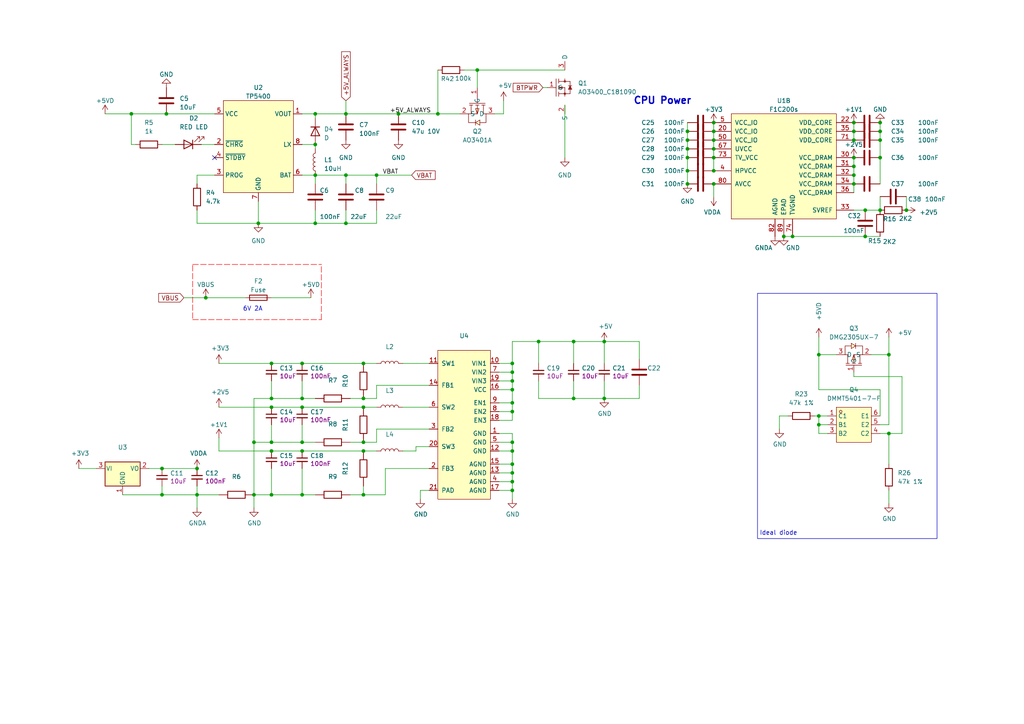
<source format=kicad_sch>
(kicad_sch (version 20231120) (generator "eeschema") (generator_version "8.0")
  (paper "A4")
  (junction (at 105.41 130.81))
  (junction (at 247.65 40.64) (diameter 0.9144))
  (junction (at 38.1 33.02))
  (junction (at 207.01 38.1) (diameter 0.9144))
  (junction (at 87.63 128.27))
  (junction (at 91.44 64.77) (diameter 0.9144))
  (junction (at 148.59 105.41))
  (junction (at 207.01 35.56) (diameter 0.9144))
  (junction (at 148.59 113.03))
  (junction (at 207.01 45.72) (diameter 0.9144))
  (junction (at 91.44 50.8) (diameter 0.9144))
  (junction (at 148.59 119.38))
  (junction (at 175.26 99.06))
  (junction (at 199.39 49.53) (diameter 0.9144))
  (junction (at 78.74 128.27))
  (junction (at 199.39 38.1) (diameter 0.9144))
  (junction (at 105.41 105.41))
  (junction (at 247.65 45.72) (diameter 0.9144))
  (junction (at 250.952 60.96) (diameter 0.9144))
  (junction (at 78.74 105.41))
  (junction (at 156.21 99.06))
  (junction (at 148.59 110.49))
  (junction (at 247.65 48.26) (diameter 0.9144))
  (junction (at 237.49 123.19))
  (junction (at 91.44 41.91))
  (junction (at 46.99 135.89))
  (junction (at 105.41 128.27))
  (junction (at 87.63 143.51))
  (junction (at 148.59 137.16))
  (junction (at 46.99 143.51))
  (junction (at 207.01 40.64) (diameter 0.9144))
  (junction (at 105.41 143.51))
  (junction (at 100.33 50.8) (diameter 0.9144))
  (junction (at 73.66 128.27))
  (junction (at 78.74 118.11))
  (junction (at 87.63 115.57))
  (junction (at 127 33.02))
  (junction (at 247.65 35.56) (diameter 0.9144))
  (junction (at 262.89 60.96) (diameter 0.9144))
  (junction (at 199.39 40.64) (diameter 0.9144))
  (junction (at 74.93 64.77) (diameter 0.9144))
  (junction (at 148.59 139.7))
  (junction (at 148.59 128.27))
  (junction (at 229.87 68.58) (diameter 0.9144))
  (junction (at 105.41 118.11))
  (junction (at 87.63 105.41))
  (junction (at 227.33 68.58) (diameter 0.9144))
  (junction (at 247.65 38.1) (diameter 0.9144))
  (junction (at 247.65 53.34) (diameter 0.9144))
  (junction (at 100.33 64.77) (diameter 0.9144))
  (junction (at 87.63 118.11))
  (junction (at 255.27 45.72) (diameter 0.9144))
  (junction (at 257.81 125.73))
  (junction (at 237.49 102.87))
  (junction (at 255.27 35.56) (diameter 0.9144))
  (junction (at 237.49 120.65))
  (junction (at 115.57 33.02) (diameter 0.9144))
  (junction (at 148.59 142.24))
  (junction (at 57.15 143.51))
  (junction (at 175.26 115.57))
  (junction (at 87.63 130.81))
  (junction (at 148.59 116.84))
  (junction (at 207.01 53.34))
  (junction (at 199.39 43.18) (diameter 0.9144))
  (junction (at 59.69 86.36))
  (junction (at 207.01 43.18) (diameter 0.9144))
  (junction (at 255.27 38.1) (diameter 0.9144))
  (junction (at 78.74 143.51))
  (junction (at 207.01 49.53) (diameter 0.9144))
  (junction (at 48.26 33.02) (diameter 0.9144))
  (junction (at 148.59 134.62))
  (junction (at 199.39 53.34) (diameter 0.9144))
  (junction (at 78.74 115.57))
  (junction (at 166.37 99.06))
  (junction (at 255.27 60.96) (diameter 0.9144))
  (junction (at 250.952 68.58) (diameter 0.9144))
  (junction (at 148.59 130.81))
  (junction (at 105.41 115.57))
  (junction (at 57.15 135.89))
  (junction (at 247.65 50.8) (diameter 0.9144))
  (junction (at 78.74 130.81))
  (junction (at 91.44 33.02) (diameter 0.9144))
  (junction (at 73.66 143.51))
  (junction (at 257.81 102.87))
  (junction (at 199.39 45.72) (diameter 0.9144))
  (junction (at 138.43 20.32))
  (junction (at 255.27 40.64) (diameter 0.9144))
  (junction (at 148.59 107.95))
  (junction (at 166.37 115.57))
  (junction (at 109.22 50.8) (diameter 0.9144))
  (junction (at 100.33 33.02) (diameter 0.9144))
  (no_connect (at 62.23 45.72))
  (wire (pts (xy 100.33 50.8) (xy 100.33 53.34)))
  (wire (pts (xy 78.74 128.27) (xy 73.66 128.27)))
  (wire (pts (xy 148.59 110.49) (xy 148.59 107.95)))
  (wire (pts (xy 163.83 30.48) (xy 163.83 45.72)))
  (wire (pts (xy 111.76 143.51) (xy 111.76 135.89)))
  (wire (pts (xy 156.21 110.49) (xy 156.21 115.57)))
  (wire (pts (xy 255.27 120.65) (xy 255.27 113.03)))
  (wire (pts (xy 27.94 135.89) (xy 22.86 135.89)))
  (wire (pts (xy 207.01 43.18) (xy 207.01 45.72)))
  (wire (pts (xy 73.66 128.27) (xy 73.66 143.51)))
  (wire (pts (xy 255.27 45.72) (xy 255.27 53.34)))
  (wire (pts (xy 148.59 125.73) (xy 148.59 128.27)))
  (wire (pts (xy 111.76 135.89) (xy 124.46 135.89)))
  (wire (pts (xy 87.63 128.27) (xy 91.44 128.27)))
  (wire (pts (xy 115.57 33.02) (xy 127 33.02)))
  (wire (pts (xy 109.22 105.41) (xy 105.41 105.41)))
  (wire (pts (xy 78.74 115.57) (xy 87.63 115.57)))
  (wire (pts (xy 100.33 33.02) (xy 115.57 33.02)))
  (wire (pts (xy 57.15 50.8) (xy 57.15 53.34)))
  (wire (pts (xy 78.74 128.27) (xy 87.63 128.27)))
  (wire (pts (xy 247.65 60.96) (xy 250.952 60.96)))
  (wire (pts (xy 109.22 118.11) (xy 105.41 118.11)))
  (wire (pts (xy 78.74 130.81) (xy 63.5 130.81)))
  (wire (pts (xy 148.59 142.24) (xy 148.59 144.78)))
  (wire (pts (xy 237.49 120.65) (xy 237.49 123.19)))
  (wire (pts (xy 124.46 105.41) (xy 116.84 105.41)))
  (wire (pts (xy 148.59 113.03) (xy 148.59 110.49)))
  (wire (pts (xy 255.27 123.19) (xy 257.81 123.19)))
  (wire (pts (xy 78.74 143.51) (xy 87.63 143.51)))
  (wire (pts (xy 105.41 105.41) (xy 87.63 105.41)))
  (wire (pts (xy 87.63 105.41) (xy 78.74 105.41)))
  (wire (pts (xy 250.952 60.96) (xy 255.27 60.96)))
  (wire (pts (xy 101.6 128.27) (xy 105.41 128.27)))
  (wire (pts (xy 48.26 33.02) (xy 62.23 33.02)))
  (wire (pts (xy 109.22 50.8) (xy 109.22 53.34)))
  (wire (pts (xy 87.63 118.11) (xy 78.74 118.11)))
  (wire (pts (xy 144.78 107.95) (xy 148.59 107.95)))
  (wire (pts (xy 46.99 135.89) (xy 57.15 135.89)))
  (wire (pts (xy 127 20.32) (xy 127 33.02)))
  (wire (pts (xy 59.69 86.36) (xy 71.12 86.36)))
  (wire (pts (xy 73.66 115.57) (xy 73.66 128.27)))
  (wire (pts (xy 57.15 143.51) (xy 63.5 143.51)))
  (wire (pts (xy 157.48 25.4) (xy 158.75 25.4)))
  (wire (pts (xy 148.59 116.84) (xy 148.59 113.03)))
  (wire (pts (xy 91.44 33.02) (xy 100.33 33.02)))
  (wire (pts (xy 105.41 130.81) (xy 87.63 130.81)))
  (wire (pts (xy 207.01 53.34) (xy 207.01 57.15)))
  (wire (pts (xy 78.74 118.11) (xy 63.5 118.11)))
  (wire (pts (xy 250.952 68.58) (xy 255.27 68.58)))
  (wire (pts (xy 207.01 45.72) (xy 207.01 49.53)))
  (wire (pts (xy 91.44 33.02) (xy 91.44 34.29)))
  (wire (pts (xy 166.37 99.06) (xy 175.26 99.06)))
  (wire (pts (xy 105.41 128.27) (xy 109.22 128.27)))
  (wire (pts (xy 109.22 115.57) (xy 109.22 111.76)))
  (wire (pts (xy 148.59 134.62) (xy 148.59 137.16)))
  (wire (pts (xy 255.27 40.64) (xy 255.27 45.72)))
  (wire (pts (xy 247.65 48.26) (xy 247.65 50.8)))
  (wire (pts (xy 226.06 124.46) (xy 226.06 120.65)))
  (wire (pts (xy 57.15 143.51) (xy 57.15 147.32)))
  (wire (pts (xy 120.65 130.81) (xy 116.84 130.81)))
  (wire (pts (xy 30.48 33.02) (xy 38.1 33.02)))
  (wire (pts (xy 87.63 115.57) (xy 91.44 115.57)))
  (wire (pts (xy 207.01 40.64) (xy 207.01 43.18)))
  (wire (pts (xy 124.46 118.11) (xy 116.84 118.11)))
  (wire (pts (xy 226.06 120.65) (xy 228.6 120.65)))
  (wire (pts (xy 175.26 105.41) (xy 175.26 99.06)))
  (wire (pts (xy 101.6 143.51) (xy 105.41 143.51)))
  (wire (pts (xy 199.39 38.1) (xy 199.39 40.64)))
  (wire (pts (xy 166.37 115.57) (xy 175.26 115.57)))
  (wire (pts (xy 255.27 35.56) (xy 255.27 38.1)))
  (wire (pts (xy 257.81 123.19) (xy 257.81 102.87)))
  (wire (pts (xy 100.33 60.96) (xy 100.33 64.77)))
  (wire (pts (xy 87.63 110.49) (xy 87.63 115.57)))
  (wire (pts (xy 109.22 124.46) (xy 124.46 124.46)))
  (wire (pts (xy 229.87 68.58) (xy 250.952 68.58)))
  (wire (pts (xy 91.44 64.77) (xy 100.33 64.77)))
  (wire (pts (xy 53.34 86.36) (xy 59.69 86.36)))
  (wire (pts (xy 262.89 57.023) (xy 262.89 60.96)))
  (wire (pts (xy 144.78 116.84) (xy 148.59 116.84)))
  (wire (pts (xy 74.93 64.77) (xy 91.44 64.77)))
  (wire (pts (xy 78.74 123.19) (xy 78.74 128.27)))
  (wire (pts (xy 148.59 128.27) (xy 148.59 130.81)))
  (wire (pts (xy 120.65 129.54) (xy 120.65 130.81)))
  (wire (pts (xy 148.59 99.06) (xy 156.21 99.06)))
  (wire (pts (xy 227.33 68.58) (xy 229.87 68.58)))
  (wire (pts (xy 156.21 115.57) (xy 166.37 115.57)))
  (wire (pts (xy 247.65 35.56) (xy 247.65 38.1)))
  (wire (pts (xy 57.15 140.97) (xy 57.15 143.51)))
  (wire (pts (xy 91.44 60.96) (xy 91.44 64.77)))
  (wire (pts (xy 255.27 125.73) (xy 257.81 125.73)))
  (wire (pts (xy 199.39 45.72) (xy 199.39 49.53)))
  (wire (pts (xy 78.74 143.51) (xy 73.66 143.51)))
  (wire (pts (xy 109.22 128.27) (xy 109.22 124.46)))
  (wire (pts (xy 46.99 41.91) (xy 50.8 41.91)))
  (wire (pts (xy 78.74 105.41) (xy 63.5 105.41)))
  (wire (pts (xy 138.43 20.32) (xy 138.43 25.4)))
  (wire (pts (xy 156.21 99.06) (xy 166.37 99.06)))
  (wire (pts (xy 87.63 33.02) (xy 91.44 33.02)))
  (wire (pts (xy 247.65 107.95) (xy 247.65 109.22)))
  (wire (pts (xy 144.78 105.41) (xy 148.59 105.41)))
  (wire (pts (xy 121.92 142.24) (xy 121.92 144.78)))
  (wire (pts (xy 105.41 115.57) (xy 109.22 115.57)))
  (wire (pts (xy 247.65 53.34) (xy 247.65 55.88)))
  (wire (pts (xy 175.26 115.57) (xy 175.26 110.49)))
  (wire (pts (xy 62.23 50.8) (xy 57.15 50.8)))
  (wire (pts (xy 257.81 97.79) (xy 257.81 102.87)))
  (wire (pts (xy 78.74 86.36) (xy 90.17 86.36)))
  (polyline (pts (xy 55.88 76.962) (xy 55.88 92.71)) (stroke (width 0.1524) (type dash) (color 255 0 0 1)))
  (wire (pts (xy 100.33 50.8) (xy 109.22 50.8)))
  (polyline (pts (xy 55.88 92.71) (xy 93.218 92.71)) (stroke (width 0.1524) (type dash) (color 255 0 0 1)))
  (wire (pts (xy 185.42 99.06) (xy 185.42 104.14)))
  (wire (pts (xy 146.05 33.02) (xy 143.51 33.02)))
  (wire (pts (xy 46.99 140.97) (xy 46.99 143.51)))
  (wire (pts (xy 237.49 125.73) (xy 237.49 123.19)))
  (wire (pts (xy 124.46 142.24) (xy 121.92 142.24)))
  (wire (pts (xy 57.15 60.96) (xy 57.15 64.77)))
  (wire (pts (xy 237.49 97.79) (xy 237.49 102.87)))
  (wire (pts (xy 148.59 107.95) (xy 148.59 105.41)))
  (wire (pts (xy 175.26 99.06) (xy 185.42 99.06)))
  (wire (pts (xy 138.43 20.32) (xy 163.83 20.32)))
  (wire (pts (xy 175.26 115.57) (xy 185.42 115.57)))
  (wire (pts (xy 43.18 135.89) (xy 46.99 135.89)))
  (wire (pts (xy 156.21 105.41) (xy 156.21 99.06)))
  (wire (pts (xy 38.1 33.02) (xy 48.26 33.02)))
  (wire (pts (xy 73.66 143.51) (xy 73.66 147.32)))
  (wire (pts (xy 199.39 35.56) (xy 199.39 38.1)))
  (wire (pts (xy 148.59 137.16) (xy 148.59 139.7)))
  (wire (pts (xy 78.74 135.89) (xy 78.74 143.51)))
  (wire (pts (xy 109.22 130.81) (xy 105.41 130.81)))
  (wire (pts (xy 105.41 118.11) (xy 87.63 118.11)))
  (wire (pts (xy 237.49 102.87) (xy 242.57 102.87)))
  (wire (pts (xy 144.78 130.81) (xy 148.59 130.81)))
  (wire (pts (xy 124.46 129.54) (xy 120.65 129.54)))
  (wire (pts (xy 166.37 110.49) (xy 166.37 115.57)))
  (wire (pts (xy 257.81 142.24) (xy 257.81 146.05)))
  (wire (pts (xy 247.65 50.8) (xy 247.65 53.34)))
  (wire (pts (xy 144.78 139.7) (xy 148.59 139.7)))
  (wire (pts (xy 255.27 113.03) (xy 237.49 113.03)))
  (wire (pts (xy 144.78 121.92) (xy 148.59 121.92)))
  (wire (pts (xy 240.03 123.19) (xy 237.49 123.19)))
  (wire (pts (xy 144.78 128.27) (xy 148.59 128.27)))
  (wire (pts (xy 87.63 41.91) (xy 91.44 41.91)))
  (wire (pts (xy 101.6 115.57) (xy 105.41 115.57)))
  (wire (pts (xy 35.56 143.51) (xy 46.99 143.51)))
  (wire (pts (xy 257.81 125.73) (xy 257.81 134.62)))
  (wire (pts (xy 134.62 20.32) (xy 138.43 20.32)))
  (wire (pts (xy 63.5 127) (xy 63.5 130.81)))
  (wire (pts (xy 46.99 143.51) (xy 57.15 143.51)))
  (wire (pts (xy 144.78 113.03) (xy 148.59 113.03)))
  (wire (pts (xy 148.59 142.24) (xy 144.78 142.24)))
  (wire (pts (xy 87.63 143.51) (xy 91.44 143.51)))
  (wire (pts (xy 237.49 113.03) (xy 237.49 102.87)))
  (wire (pts (xy 91.44 50.8) (xy 100.33 50.8)))
  (wire (pts (xy 144.78 119.38) (xy 148.59 119.38)))
  (wire (pts (xy 109.22 50.8) (xy 119.38 50.8)))
  (wire (pts (xy 74.93 58.42) (xy 74.93 64.77)))
  (wire (pts (xy 58.42 41.91) (xy 62.23 41.91)))
  (wire (pts (xy 38.1 33.02) (xy 38.1 41.91)))
  (wire (pts (xy 91.44 50.8) (xy 91.44 53.34)))
  (wire (pts (xy 148.59 121.92) (xy 148.59 119.38)))
  (wire (pts (xy 87.63 135.89) (xy 87.63 143.51)))
  (wire (pts (xy 144.78 137.16) (xy 148.59 137.16)))
  (wire (pts (xy 199.39 43.18) (xy 199.39 45.72)))
  (wire (pts (xy 255.27 38.1) (xy 255.27 40.64)))
  (wire (pts (xy 144.78 125.73) (xy 148.59 125.73)))
  (wire (pts (xy 57.15 64.77) (xy 74.93 64.77)))
  (wire (pts (xy 148.59 119.38) (xy 148.59 116.84)))
  (wire (pts (xy 38.1 41.91) (xy 39.37 41.91)))
  (wire (pts (xy 247.65 38.1) (xy 247.65 40.64)))
  (wire (pts (xy 87.63 130.81) (xy 78.74 130.81)))
  (wire (pts (xy 146.05 29.21) (xy 146.05 33.02)))
  (wire (pts (xy 109.22 111.76) (xy 124.46 111.76)))
  (wire (pts (xy 105.41 140.97) (xy 105.41 143.51)))
  (wire (pts (xy 199.39 49.53) (xy 199.39 53.34)))
  (wire (pts (xy 199.39 40.64) (xy 199.39 43.18)))
  (wire (pts (xy 236.22 120.65) (xy 237.49 120.65)))
  (wire (pts (xy 87.63 50.8) (xy 91.44 50.8)))
  (wire (pts (xy 100.33 64.77) (xy 109.22 64.77)))
  (wire (pts (xy 105.41 143.51) (xy 111.76 143.51)))
  (wire (pts (xy 109.22 64.77) (xy 109.22 60.96)))
  (wire (pts (xy 148.59 105.41) (xy 148.59 99.06)))
  (wire (pts (xy 257.81 102.87) (xy 252.73 102.87)))
  (wire (pts (xy 207.01 38.1) (xy 207.01 40.64)))
  (polyline (pts (xy 55.88 76.708) (xy 93.218 76.708)) (stroke (width 0.1524) (type dash) (color 255 0 0 1)))
  (wire (pts (xy 247.65 45.72) (xy 247.65 48.26)))
  (wire (pts (xy 207.01 35.56) (xy 207.01 38.1)))
  (wire (pts (xy 185.42 111.76) (xy 185.42 115.57)))
  (wire (pts (xy 127 33.02) (xy 133.35 33.02)))
  (wire (pts (xy 78.74 110.49) (xy 78.74 115.57)))
  (wire (pts (xy 148.59 139.7) (xy 148.59 142.24)))
  (wire (pts (xy 144.78 110.49) (xy 148.59 110.49)))
  (wire (pts (xy 100.33 29.21) (xy 100.33 33.02)))
  (wire (pts (xy 240.03 125.73) (xy 237.49 125.73)))
  (wire (pts (xy 237.49 120.65) (xy 240.03 120.65)))
  (polyline (pts (xy 93.218 92.71) (xy 93.218 76.708)) (stroke (width 0.1524) (type dash) (color 255 0 0 1)))
  (wire (pts (xy 91.44 43.18) (xy 91.44 41.91)))
  (wire (pts (xy 261.62 109.22) (xy 261.62 125.73)))
  (wire (pts (xy 261.62 125.73) (xy 257.81 125.73)))
  (wire (pts (xy 87.63 123.19) (xy 87.63 128.27)))
  (wire (pts (xy 247.65 109.22) (xy 261.62 109.22)))
  (wire (pts (xy 166.37 105.41) (xy 166.37 99.06)))
  (wire (pts (xy 148.59 130.81) (xy 148.59 134.62)))
  (wire (pts (xy 255.27 57.023) (xy 255.27 60.96)))
  (wire (pts (xy 144.78 134.62) (xy 148.59 134.62)))
  (wire (pts (xy 78.74 115.57) (xy 73.66 115.57)))
  (rectangle (start 219.71 85.09) (end 271.78 156.21))
  (text "6V 2A" (at 76.2 90.424 0) (effects (font (size 1.27 1.27)) (justify right bottom)))
  (text "CPU Power" (at 200.66 30.48 0) (effects (font (size 2 2) (thickness 0.4) (bold yes)) (justify right bottom)))
  (text "Ideal diode" (at 225.806 154.686 0) (effects (font (size 1.27 1.27))))
  (label "VBAT" (at 115.57 50.8 180))
  (label "+5V_ALWAYS" (at 113.03 33.02 0))
  (global_label "VBUS" (shape input) (at 53.34 86.36 180) (property "Intersheetrefs" "${INTERSHEET_REFS}" (effects (hide yes))))
  (global_label "VBAT" (shape input) (at 119.38 50.8 0) (property "Intersheetrefs" "${INTERSHEET_REFS}" (effects (hide yes))))
  (global_label "+5V_ALWAYS" (shape input) (at 100.33 29.21 90) (property "Intersheetrefs" "${INTERSHEET_REFS}" (effects (hide yes))))
  (global_label "BTPWR" (shape input) (at 157.48 25.4 180) (property "Intersheetrefs" "${INTERSHEET_REFS}" (effects (hide yes))))
  (symbol (lib_id "power:GND") (at 226.06 124.46 0) (unit 1)
    (property "Reference" "#PWR01" (effects (hide yes)))
    (property "Value" "GND" (at 226.187 128.8542 0))
  )
  (symbol (lib_id "Device:C") (at 251.46 53.34 90) (unit 1)
    (property "Reference" "C37" (at 260.35 53.34 90))
    (property "Value" "100nF" (at 269.24 53.34 90))
    (property "Footprint" "Capacitor_SMD:C_0402_1005Metric_Pad0.74x0.62mm_HandSolder" (effects (hide yes)))
  )
  (symbol (lib_id "imliubo-nightly:TP5400") (at 74.93 41.91 0) (unit 1)
    (property "Reference" "U2" (at 74.93 25.4 0))
    (property "Value" "TP5400" (at 74.93 27.94 0))
    (property "Footprint" "lcsc:ESOP-8_L4.9-W3.9-P1.27-LS6.0-BL-EP" (effects (hide yes)))
    (property "Datasheet" "https://www.lcsc.com/product-detail/Battery-Management-ICs_TOPPOWER-Nanjing-Extension-Microelectronics-TP5400_C2891434.html" (effects (hide yes)))
  )
  (symbol (lib_id "F1C200S_KIT-rescue:03.4004_C0603_10uF-0WJQ") (at 175.26 107.95 0) (unit 1)
    (property "Reference" "C21" (at 177.5968 106.7816 0) (effects (justify left)))
    (property "Value" "03.4004_C0603_10uF" (effects (hide yes)))
    (property "Footprint" "Capacitor_SMD:C_0603_1608Metric" (effects (hide yes)))
    (property "Description" "贴片瓷片电容" (effects (hide yes)))
    (property "编码" "03.4004" (effects (hide yes)))
    (property "规格" "10uF,16V,K,0603,X5R" (effects (hide yes)))
    (property "参数" "10uF" (at 177.5968 109.093 0) (effects (justify left)))
  )
  (symbol (lib_id "power:+5V") (at 146.05 29.21 0) (unit 1)
    (property "Reference" "#PWR093" (effects (hide yes)))
    (property "Value" "+5V" (at 146.431 24.8158 0))
  )
  (symbol (lib_id "F1C200S_KIT-rescue:03.4004_C0603_10uF-0WJQ") (at 166.37 107.95 0) (unit 1)
    (property "Reference" "C20" (at 168.7068 106.7816 0) (effects (justify left)))
    (property "Value" "03.4004_C0603_10uF" (effects (hide yes)))
    (property "Footprint" "Capacitor_SMD:C_0603_1608Metric" (effects (hide yes)))
    (property "Description" "贴片瓷片电容" (effects (hide yes)))
    (property "编码" "03.4004" (effects (hide yes)))
    (property "规格" "10uF,16V,K,0603,X5R" (effects (hide yes)))
    (property "参数" "10uF" (at 168.7068 109.093 0) (effects (justify left)))
  )
  (symbol (lib_id "power:GND") (at 175.26 115.57 0) (unit 1)
    (property "Reference" "#PWR027" (effects (hide yes)))
    (property "Value" "GND" (at 175.387 119.9642 0))
  )
  (symbol (lib_id "Device:C") (at 203.2 45.72 90) (unit 1)
    (property "Reference" "C29" (at 187.96 45.72 90))
    (property "Value" "100nF" (at 195.58 45.72 90))
    (property "Footprint" "Capacitor_SMD:C_0402_1005Metric_Pad0.74x0.62mm_HandSolder" (effects (hide yes)))
  )
  (symbol (lib_id "Device:C") (at 48.26 29.21 0) (unit 1)
    (property "Reference" "C5" (at 52.07 28.5749 0) (effects (justify left)))
    (property "Value" "10uF" (at 52.07 31.1149 0) (effects (justify left)))
    (property "Footprint" "Capacitor_SMD:C_0603_1608Metric" (effects (hide yes)))
  )
  (symbol (lib_id "lcsc:AO3400_C181090") (at 161.29 25.4 0) (unit 1)
    (property "Reference" "Q1" (at 167.64 24.1299 0) (effects (justify left)))
    (property "Value" "AO3400_C181090" (at 167.64 26.6699 0) (effects (justify left)))
    (property "Footprint" "lcsc:SOT-23-3_L2.9-W1.3-P1.90-LS2.4-BR" (effects (hide yes)))
    (property "Datasheet" "https://lcsc.com/product-detail/MOSFET_AO3400_C181090.html" (effects (hide yes)))
    (property "LCSC Part" "C181090" (effects (hide yes)))
  )
  (symbol (lib_id "F1C200S_KIT-rescue:03.4004_C0603_10uF-0WJQ") (at 156.21 107.95 0) (unit 1)
    (property "Reference" "C19" (at 158.5468 106.7816 0) (effects (justify left)))
    (property "Value" "03.4004_C0603_10uF" (effects (hide yes)))
    (property "Footprint" "Capacitor_SMD:C_0603_1608Metric" (effects (hide yes)))
    (property "Description" "贴片瓷片电容" (effects (hide yes)))
    (property "编码" "03.4004" (effects (hide yes)))
    (property "规格" "10uF,16V,K,0603,X5R" (effects (hide yes)))
    (property "参数" "10uF" (at 158.5468 109.093 0) (effects (justify left)))
  )
  (symbol (lib_id "Device:C") (at 259.08 57.023 270) (unit 1)
    (property "Reference" "C38" (at 265.303 57.785 90))
    (property "Value" "100nF" (at 271.272 57.785 90))
    (property "Footprint" "Capacitor_SMD:C_0402_1005Metric_Pad0.74x0.62mm_HandSolder" (effects (hide yes)))
  )
  (symbol (lib_id "Device:C") (at 203.2 49.53 90) (unit 1)
    (property "Reference" "C30" (at 187.96 49.53 90))
    (property "Value" "100nF" (at 195.58 49.53 90))
    (property "Footprint" "Capacitor_SMD:C_0402_1005Metric_Pad0.74x0.62mm_HandSolder" (effects (hide yes)))
  )
  (symbol (lib_id "F1C200S_KIT-rescue:03.0009_C0402_100nF-0WJQ") (at 87.63 120.65 0) (unit 1)
    (property "Reference" "C17" (at 89.9668 119.4816 0) (effects (justify left)))
    (property "Value" "03.0009_C0402_100nF" (effects (hide yes)))
    (property "Footprint" "Capacitor_SMD:C_0402_1005Metric" (effects (hide yes)))
    (property "Description" "贴片瓷片电容" (effects (hide yes)))
    (property "编码" "03.0009" (effects (hide yes)))
    (property "规格" "100nF,16V,K,0402,X7R" (effects (hide yes)))
    (property "参数" "100nF" (at 89.9668 121.793 0) (effects (justify left)))
  )
  (symbol (lib_id "Device:C") (at 251.46 38.1 90) (unit 1)
    (property "Reference" "C34" (at 260.35 38.1 90))
    (property "Value" "100nF" (at 269.24 38.1 90))
    (property "Footprint" "Capacitor_SMD:C_0402_1005Metric_Pad0.74x0.62mm_HandSolder" (effects (hide yes)))
  )
  (symbol (lib_id "power:+1V1") (at 247.65 35.56 0) (unit 1)
    (property "Reference" "#PWR043" (effects (hide yes)))
    (property "Value" "+1V1" (at 247.65 31.75 0))
  )
  (symbol (lib_id "power:GND") (at 73.66 147.32 0) (unit 1)
    (property "Reference" "#PWR022" (effects (hide yes)))
    (property "Value" "GND" (at 73.787 151.7142 0))
  )
  (symbol (lib_id "F1C200S_KIT-rescue:03.0009_C0402_100nF-0WJQ") (at 87.63 107.95 0) (unit 1)
    (property "Reference" "C16" (at 89.9668 106.7816 0) (effects (justify left)))
    (property "Value" "03.0009_C0402_100nF" (effects (hide yes)))
    (property "Footprint" "Capacitor_SMD:C_0402_1005Metric" (effects (hide yes)))
    (property "Description" "贴片瓷片电容" (effects (hide yes)))
    (property "编码" "03.0009" (effects (hide yes)))
    (property "规格" "100nF,16V,K,0402,X7R" (effects (hide yes)))
    (property "参数" "100nF" (at 89.9668 109.093 0) (effects (justify left)))
  )
  (symbol (lib_id "power:GND") (at 227.33 68.58 0) (unit 1)
    (property "Reference" "#PWR042" (effects (hide yes)))
    (property "Value" "GND" (at 229.997 71.882 0))
  )
  (symbol (lib_id "imliubo-nightly:F1C100s") (at 227.33 46.99 0) (unit 2)
    (property "Reference" "U1" (at 227.33 29.21 0))
    (property "Value" "F1C200s" (at 227.33 31.75 0))
    (property "Footprint" "lcsc:QFN-88_L10.0-W10.0-P0.40-BL-EP6.75" (effects (hide yes)))
  )
  (symbol (lib_id "F1C200S_KIT-rescue:02.0001_R0402_0R_1%-0WJQ") (at 68.58 143.51 180) (unit 1)
    (property "Reference" "R6" (at 68.58 138.2522 0))
    (property "Value" "0" (effects (hide yes)))
    (property "Footprint" "Resistor_SMD:R_0402_1005Metric" (effects (hide yes)))
  )
  (symbol (lib_id "power:VBUS") (at 59.69 86.36 0) (unit 1)
    (property "Reference" "#PWR016" (effects (hide yes)))
    (property "Value" "VBUS" (at 59.69 82.55 0))
  )
  (symbol (lib_id "Device:C") (at 203.2 53.34 90) (unit 1)
    (property "Reference" "C31" (at 187.96 53.34 90))
    (property "Value" "100nF" (at 195.58 53.34 90))
    (property "Footprint" "Capacitor_SMD:C_0402_1005Metric_Pad0.74x0.62mm_HandSolder" (effects (hide yes)))
  )
  (symbol (lib_id "F1C200S_KIT-rescue:03.4004_C0603_10uF-0WJQ") (at 78.74 107.95 0) (unit 1)
    (property "Reference" "C13" (at 81.0768 106.7816 0) (effects (justify left)))
    (property "Value" "03.4004_C0603_10uF" (effects (hide yes)))
    (property "Footprint" "Capacitor_SMD:C_0603_1608Metric" (effects (hide yes)))
    (property "Description" "贴片瓷片电容" (effects (hide yes)))
    (property "编码" "03.4004" (effects (hide yes)))
    (property "规格" "10uF,16V,K,0603,X5R" (effects (hide yes)))
    (property "参数" "10uF" (at 81.0768 109.093 0) (effects (justify left)))
  )
  (symbol (lib_id "Device:R") (at 43.18 41.91 270) (unit 1)
    (property "Reference" "R5" (at 43.18 35.56 90))
    (property "Value" "1k" (at 43.18 38.1 90))
    (property "Footprint" "Resistor_SMD:R_0402_1005Metric" (effects (hide yes)))
    (property "Description" "Resistor" (effects (hide yes)))
  )
  (symbol (lib_id "F1C200S_KIT-rescue:03.0009_C0402_100nF-0WJQ") (at 87.63 133.35 0) (unit 1)
    (property "Reference" "C18" (at 89.9668 132.1816 0) (effects (justify left)))
    (property "Value" "03.0009_C0402_100nF" (effects (hide yes)))
    (property "Footprint" "Resistor_SMD:R_0402_1005Metric" (effects (hide yes)))
    (property "Description" "贴片瓷片电容" (effects (hide yes)))
    (property "编码" "03.0009" (effects (hide yes)))
    (property "规格" "100nF,16V,K,0402,X7R" (effects (hide yes)))
    (property "参数" "100nF" (at 89.9668 134.493 0) (effects (justify left)))
  )
  (symbol (lib_id "Device:R") (at 130.81 20.32 90) (unit 1)
    (property "Reference" "R42" (at 129.794 22.86 90))
    (property "Value" "100k" (at 134.366 22.733 90))
    (property "Footprint" "Resistor_SMD:R_0402_1005Metric_Pad0.72x0.64mm_HandSolder" (effects (hide yes)))
  )
  (symbol (lib_id "Device:C") (at 203.2 43.18 90) (unit 1)
    (property "Reference" "C28" (at 187.96 43.18 90))
    (property "Value" "100nF" (at 195.58 43.18 90))
    (property "Footprint" "Capacitor_SMD:C_0402_1005Metric_Pad0.74x0.62mm_HandSolder" (effects (hide yes)))
  )
  (symbol (lib_id "power:GND") (at 100.33 40.64 0) (unit 1)
    (property "Reference" "#PWR012" (effects (hide yes)))
    (property "Value" "GND" (at 100.33 45.72 0))
  )
  (symbol (lib_id "power:+3.3V") (at 63.5 105.41 0) (unit 1)
    (property "Reference" "#PWR019" (effects (hide yes)))
    (property "Value" "+3V3" (at 63.881 101.0158 0))
  )
  (symbol (lib_id "F1C200S_KIT-rescue:06.0102_L2520_2.2uH-0WJQ") (at 113.03 130.81 0) (unit 1)
    (property "Reference" "L4" (at 113.03 125.984 0))
    (property "Value" "06.0102_L2520_2.2uH" (effects (hide yes)))
    (property "Footprint" "Inductor_SMD:L_1008_2520Metric" (effects (hide yes)))
    (property "Datasheet" "https://www.lcsc.com/product-detail/Inductors-SMD_Murata-Electronics-LQM2HPN2R2MG0L_C86092.html" (effects (hide yes)))
    (property "Description" "贴片功率电感" (effects (hide yes)))
    (property "LCSC" "C315721" (effects (hide yes)))
  )
  (symbol (lib_id "power:GND") (at 257.81 146.05 0) (unit 1)
    (property "Reference" "#PWR021" (effects (hide yes)))
    (property "Value" "GND" (at 257.937 150.4442 0))
  )
  (symbol (lib_id "F1C200S_KIT-rescue:06.0102_L2520_2.2uH-0WJQ") (at 113.03 118.11 0) (unit 1)
    (property "Reference" "L3" (at 113.03 113.284 0))
    (property "Value" "06.0102_L2520_2.2uH" (effects (hide yes)))
    (property "Footprint" "Inductor_SMD:L_1008_2520Metric" (effects (hide yes)))
    (property "Datasheet" "https://www.lcsc.com/product-detail/Inductors-SMD_Murata-Electronics-LQM2HPN2R2MG0L_C86092.html" (effects (hide yes)))
    (property "Description" "贴片功率电感" (effects (hide yes)))
    (property "LCSC" "C315721" (effects (hide yes)))
  )
  (symbol (lib_id "Device:C") (at 251.46 40.64 90) (unit 1)
    (property "Reference" "C35" (at 260.35 40.64 90))
    (property "Value" "100nF" (at 269.24 40.64 90))
    (property "Footprint" "Capacitor_SMD:C_0402_1005Metric_Pad0.74x0.62mm_HandSolder" (effects (hide yes)))
  )
  (symbol (lib_id "power:GND") (at 148.59 144.78 0) (unit 1)
    (property "Reference" "#PWR024" (effects (hide yes)))
    (property "Value" "GND" (at 148.717 149.1742 0))
  )
  (symbol (lib_id "F1C200S_KIT-rescue:09.0103_XC6206P302MR-0WJQ") (at 35.56 135.89 0) (unit 1)
    (property "Reference" "U3" (at 35.56 129.7432 0))
    (property "Value" "09.0103_XC6206" (effects (hide yes)))
    (property "Footprint" "Package_TO_SOT_SMD:SOT-23" (effects (hide yes)))
    (property "Datasheet" "https://item.szlcsc.com/10507.html" (effects (hide yes)))
    (property "Description" "LDO" (effects (hide yes)))
    (property "LCSC" "C347375" (effects (hide yes)))
  )
  (symbol (lib_id "lcsc:DMMT5401-7-F") (at 247.65 123.19 0) (unit 1)
    (property "Reference" "Q4" (at 247.65 113.03 0))
    (property "Value" "DMMT5401-7-F" (at 247.65 115.57 0))
    (property "Footprint" "lcsc:SOT-23-6_L2.9-W1.6-P0.95-LS2.8-BR" (effects (hide yes)))
    (property "Datasheet" "https://lcsc.com/product-detail/Transistors-NPN-PNP_DIODES_DMMT5401-7-F_DMMT5401-7-F_C154733.html" (effects (hide yes)))
    (property "LCSC Part" "C154733" (effects (hide yes)))
  )
  (symbol (lib_id "Device:C") (at 185.42 107.95 0) (unit 1)
    (property "Reference" "C22" (at 187.7314 106.7816 0) (effects (justify left)))
    (property "Value" "47u 10V" (effects (hide yes)))
    (property "Footprint" "Capacitor_SMD:C_1210_3225Metric" (effects (hide yes)))
    (property "Description" "Unpolarized capacitor" (effects (hide yes)))
  )
  (symbol (lib_id "Device:C") (at 251.46 45.72 90) (unit 1)
    (property "Reference" "C36" (at 260.35 45.72 90))
    (property "Value" "100nF" (at 269.24 45.72 90))
    (property "Footprint" "Capacitor_SMD:C_0402_1005Metric_Pad0.74x0.62mm_HandSolder" (effects (hide yes)))
  )
  (symbol (lib_id "Device:C") (at 251.46 35.56 90) (unit 1)
    (property "Reference" "C33" (at 260.35 35.56 90))
    (property "Value" "100nF" (at 269.24 35.56 90))
    (property "Footprint" "Capacitor_SMD:C_0402_1005Metric_Pad0.74x0.62mm_HandSolder" (effects (hide yes)))
  )
  (symbol (lib_id "Device:R") (at 255.27 64.77 180) (unit 1)
    (property "Reference" "R15" (at 251.714 69.8499 0) (effects (justify right)))
    (property "Value" "2K2" (at 256.032 70.1039 0) (effects (justify right)))
    (property "Footprint" "Resistor_SMD:R_0402_1005Metric_Pad0.72x0.64mm_HandSolder" (effects (hide yes)))
  )
  (symbol (lib_id "Device:C") (at 203.2 40.64 90) (unit 1)
    (property "Reference" "C27" (at 187.96 40.64 90))
    (property "Value" "100nF" (at 195.58 40.64 90))
    (property "Footprint" "Capacitor_SMD:C_0402_1005Metric_Pad0.74x0.62mm_HandSolder" (effects (hide yes)))
  )
  (symbol (lib_id "Device:R") (at 232.41 120.65 90) (unit 1)
    (property "Reference" "R23" (at 232.41 114.3 90))
    (property "Value" "47k 1%" (at 232.41 116.84 90))
    (property "Footprint" "Resistor_SMD:R_0402_1005Metric" (effects (hide yes)))
    (property "Description" "Resistor" (effects (hide yes)))
  )
  (symbol (lib_id "F1C200S_KIT-rescue:02.0023_R0402_150K_1%-0WJQ") (at 96.52 143.51 0) (unit 1)
    (property "Reference" "R9" (at 96.52 138.2522 0))
    (property "Value" "150K 1%" (effects (hide yes)))
    (property "Footprint" "Resistor_SMD:R_0402_1005Metric" (effects (hide yes)))
    (property "Description" "贴片电阻" (effects (hide yes)))
    (property "LCSC" "C3015896" (effects (hide yes)))
  )
  (symbol (lib_id "power:+5V") (at 257.81 97.79 0) (unit 1)
    (property "Reference" "#PWR08" (effects (hide yes)))
    (property "Value" "+5V" (at 260.35 96.5199 0) (effects (justify left)))
  )
  (symbol (lib_id "power:+5V") (at 175.26 99.06 0) (unit 1)
    (property "Reference" "#PWR026" (effects (hide yes)))
    (property "Value" "+5V" (at 175.641 94.6658 0))
  )
  (symbol (lib_id "Device:R") (at 257.81 138.43 180) (unit 1)
    (property "Reference" "R26" (at 260.35 137.1599 0) (effects (justify right)))
    (property "Value" "47k 1%" (at 260.35 139.6999 0) (effects (justify right)))
    (property "Footprint" "Resistor_SMD:R_0402_1005Metric" (effects (hide yes)))
    (property "Description" "Resistor" (effects (hide yes)))
  )
  (symbol (lib_id "F1C200S_KIT-rescue:03.4004_C0603_10uF-0WJQ") (at 78.74 120.65 0) (unit 1)
    (property "Reference" "C14" (at 81.0768 119.4816 0) (effects (justify left)))
    (property "Value" "03.4004_C0603_10uF" (effects (hide yes)))
    (property "Footprint" "Capacitor_SMD:C_0603_1608Metric" (effects (hide yes)))
    (property "Description" "贴片瓷片电容" (effects (hide yes)))
    (property "编码" "03.4004" (effects (hide yes)))
    (property "规格" "10uF,16V,K,0603,X5R" (effects (hide yes)))
    (property "参数" "10uF" (at 81.0768 121.793 0) (effects (justify left)))
  )
  (symbol (lib_id "power:+3.3V") (at 22.86 135.89 0) (unit 1)
    (property "Reference" "#PWR015" (effects (hide yes)))
    (property "Value" "+3V3" (at 23.241 131.4958 0))
  )
  (symbol (lib_id "F1C200S_KIT-rescue:06.0102_L2520_2.2uH-0WJQ") (at 113.03 105.41 0) (unit 1)
    (property "Reference" "L2" (at 113.03 100.584 0))
    (property "Value" "06.0102_L2520_2.2uH" (effects (hide yes)))
    (property "Footprint" "Inductor_SMD:L_1008_2520Metric" (effects (hide yes)))
    (property "Datasheet" "https://www.lcsc.com/product-detail/Inductors-SMD_Murata-Electronics-LQM2HPN2R2MG0L_C86092.html" (effects (hide yes)))
    (property "Description" "贴片功率电感" (effects (hide yes)))
    (property "LCSC" "C315721" (effects (hide yes)))
  )
  (symbol (lib_id "power:GND") (at 199.39 53.34 0) (unit 1)
    (property "Reference" "#PWR038" (effects (hide yes)))
    (property "Value" "GND" (at 199.39 58.42 0))
  )
  (symbol (lib_id "F1C200S_KIT-rescue:03.0009_C0402_100nF-0WJQ") (at 57.15 138.43 0) (unit 1)
    (property "Reference" "C12" (at 59.4868 137.2616 0) (effects (justify left)))
    (property "Value" "03.0009_C0402_100nF" (effects (hide yes)))
    (property "Footprint" "Capacitor_SMD:C_0402_1005Metric" (effects (hide yes)))
    (property "Description" "贴片瓷片电容" (effects (hide yes)))
    (property "编码" "03.0009" (effects (hide yes)))
    (property "规格" "100nF,16V,K,0402,X7R" (effects (hide yes)))
    (property "参数" "100nF" (at 59.4868 139.573 0) (effects (justify left)))
  )
  (symbol (lib_id "Device:D") (at 91.44 38.1 270) (unit 1)
    (property "Reference" "D4" (at 93.98 37.4649 90) (effects (justify left)))
    (property "Value" "D" (at 93.98 40.0049 90) (effects (justify left)))
    (property "Footprint" "Diode_SMD:D_SMA" (effects (hide yes)))
    (property "Datasheet" "https://www.lcsc.com/product-detail/Schottky-Barrier-Diodes-SBD_MDD-Microdiode-Electronics-SS32_C34897.html" (effects (hide yes)))
    (property "LCSC" "C34897" (effects (hide yes)))
  )
  (symbol (lib_id "Device:C") (at 250.952 64.77 180) (unit 1)
    (property "Reference" "C32" (at 247.777 62.611 0))
    (property "Value" "100nF" (at 247.65 66.929 0))
    (property "Footprint" "Capacitor_SMD:C_0402_1005Metric_Pad0.74x0.62mm_HandSolder" (effects (hide yes)))
  )
  (symbol (lib_id "power:+1V1") (at 63.5 127 0) (unit 1)
    (property "Reference" "#PWR035" (effects (hide yes)))
    (property "Value" "+1V1" (at 63.5 123.19 0))
  )
  (symbol (lib_id "Device:R") (at 57.15 57.15 0) (unit 1)
    (property "Reference" "R4" (at 59.69 55.8799 0) (effects (justify left)))
    (property "Value" "4.7k" (at 59.69 58.4199 0) (effects (justify left)))
    (property "Footprint" "Resistor_SMD:R_0402_1005Metric" (effects (hide yes)))
  )
  (symbol (lib_id "power:GND") (at 74.93 64.77 0) (unit 1)
    (property "Reference" "#PWR010" (effects (hide yes)))
    (property "Value" "GND" (at 74.93 69.85 0))
  )
  (symbol (lib_id "power:+2V5") (at 262.89 60.96 270) (unit 1)
    (property "Reference" "#PWR046" (effects (hide yes)))
    (property "Value" "+2V5" (at 266.7 61.5949 90) (effects (justify left)))
  )
  (symbol (lib_id "Device:C") (at 203.2 35.56 90) (unit 1)
    (property "Reference" "C25" (at 187.96 35.56 90))
    (property "Value" "100nF" (at 195.58 35.56 90))
    (property "Footprint" "Capacitor_SMD:C_0402_1005Metric_Pad0.74x0.62mm_HandSolder" (effects (hide yes)))
  )
  (symbol (lib_id "Device:C") (at 100.33 36.83 0) (unit 1)
    (property "Reference" "C7" (at 104.14 36.1949 0) (effects (justify left)))
    (property "Value" "100nF" (at 104.14 38.7349 0) (effects (justify left)))
    (property "Footprint" "Capacitor_SMD:C_0402_1005Metric_Pad0.74x0.62mm_HandSolder" (effects (hide yes)))
  )
  (symbol (lib_id "power:+2V5") (at 63.5 118.11 0) (unit 1)
    (property "Reference" "#PWR020" (effects (hide yes)))
    (property "Value" "+2V5" (at 63.881 113.7158 0))
  )
  (symbol (lib_id "Device:C") (at 203.2 38.1 90) (unit 1)
    (property "Reference" "C26" (at 187.96 38.1 90))
    (property "Value" "100nF" (at 195.58 38.1 90))
    (property "Footprint" "Capacitor_SMD:C_0402_1005Metric_Pad0.74x0.62mm_HandSolder" (effects (hide yes)))
  )
  (symbol (lib_id "F1C200S_KIT-rescue:03.4004_C0603_10uF-0WJQ") (at 78.74 133.35 0) (unit 1)
    (property "Reference" "C15" (at 81.0768 132.1816 0) (effects (justify left)))
    (property "Value" "03.4004_C0603_10uF" (effects (hide yes)))
    (property "Footprint" "Capacitor_SMD:C_0603_1608Metric" (effects (hide yes)))
    (property "Description" "贴片瓷片电容" (effects (hide yes)))
    (property "编码" "03.4004" (effects (hide yes)))
    (property "规格" "10uF,16V,K,0603,X5R" (effects (hide yes)))
    (property "参数" "10uF" (at 81.0768 134.493 0) (effects (justify left)))
  )
  (symbol (lib_id "F1C200S_KIT-rescue:02.0025_R0402_680K_1%-0WJQ") (at 105.41 110.49 90) (unit 1)
    (property "Reference" "R10" (at 100.1522 110.49 0))
    (property "Value" "680K 1%" (effects (hide yes)))
    (property "Footprint" "Resistor_SMD:R_0402_1005Metric" (effects (hide yes)))
    (property "Description" "贴片电阻" (effects (hide yes)))
    (property "LCSC" " C2909377" (effects (hide yes)))
  )
  (symbol (lib_id "Device:C") (at 115.57 36.83 0) (unit 1)
    (property "Reference" "C10" (at 119.38 35.5599 0) (effects (justify left)))
    (property "Value" "47u 10V" (at 119.38 38.0999 0) (effects (justify left)))
    (property "Footprint" "Capacitor_SMD:C_1210_3225Metric" (effects (hide yes)))
    (property "Description" "Unpolarized capacitor" (effects (hide yes)))
  )
  (symbol (lib_id "Device:C") (at 100.33 57.15 0) (unit 1)
    (property "Reference" "C8" (at 102.87 55.2449 0) (effects (justify left)))
    (property "Value" "22uF" (at 101.6 62.8649 0) (effects (justify left)))
    (property "Footprint" "Capacitor_SMD:C_0805_2012Metric" (effects (hide yes)))
  )
  (symbol (lib_id "power:+3V3") (at 207.01 35.56 0) (unit 1)
    (property "Reference" "#PWR039" (effects (hide yes)))
    (property "Value" "+3V3" (at 207.01 31.75 0))
  )
  (symbol (lib_id "F1C200S_KIT-rescue:02.0023_R0402_150K_1%-0WJQ") (at 105.41 135.89 90) (unit 1)
    (property "Reference" "R12" (at 100.1522 135.89 0))
    (property "Value" "150K 1%" (effects (hide yes)))
    (property "Footprint" "Resistor_SMD:R_0402_1005Metric" (effects (hide yes)))
    (property "Description" "贴片电阻" (effects (hide yes)))
    (property "LCSC" "C3015896" (effects (hide yes)))
  )
  (symbol (lib_id "power:+5VD") (at 30.48 33.02 0) (unit 1)
    (property "Reference" "#PWR06" (effects (hide yes)))
    (property "Value" "+5VD" (at 30.48 29.21 0))
  )
  (symbol (lib_id "power:GNDA") (at 57.15 147.32 0) (unit 1)
    (property "Reference" "#PWR018" (effects (hide yes)))
    (property "Value" "GNDA" (at 57.277 151.7142 0))
  )
  (symbol (lib_id "Device:Fuse") (at 74.93 86.36 90) (unit 1)
    (property "Reference" "F2" (at 74.93 81.534 90))
    (property "Value" "Fuse" (at 74.93 84.074 90))
    (property "Footprint" "Fuse:Fuse_1206_3216Metric" (effects (hide yes)))
    (property "LCSC" " C720076" (effects (hide yes)))
  )
  (symbol (lib_id "power:+2V5") (at 247.65 45.72 0) (unit 1)
    (property "Reference" "#PWR044" (effects (hide yes)))
    (property "Value" "+2V5" (at 247.65 41.91 0))
  )
  (symbol (lib_id "F1C200S_KIT-rescue:02.0023_R0402_150K_1%-0WJQ") (at 96.52 115.57 0) (unit 1)
    (property "Reference" "R7" (at 96.52 110.3122 0))
    (property "Value" "150K 1%" (effects (hide yes)))
    (property "Footprint" "Resistor_SMD:R_0402_1005Metric" (effects (hide yes)))
    (property "Description" "贴片电阻" (effects (hide yes)))
    (property "LCSC" "C3015896" (effects (hide yes)))
  )
  (symbol (lib_id "F1C200S_KIT-rescue:03.4004_C0603_10uF-0WJQ") (at 46.99 138.43 0) (unit 1)
    (property "Reference" "C11" (at 49.3268 137.2616 0) (effects (justify left)))
    (property "Value" "03.4004_C0603_10uF" (effects (hide yes)))
    (property "Footprint" "Capacitor_SMD:C_0603_1608Metric" (effects (hide yes)))
    (property "Description" "贴片瓷片电容" (effects (hide yes)))
    (property "编码" "03.4004" (effects (hide yes)))
    (property "规格" "10uF,16V,K,0603,X5R" (effects (hide yes)))
    (property "参数" "10uF" (at 49.3268 139.573 0) (effects (justify left)))
  )
  (symbol (lib_id "power:+5VD") (at 90.17 86.36 0) (unit 1)
    (property "Reference" "#PWR053" (effects (hide yes)))
    (property "Value" "+5VD" (at 90.17 82.55 0))
  )
  (symbol (lib_id "power:GND") (at 163.83 45.72 0) (unit 1)
    (property "Reference" "#PWR013" (effects (hide yes)))
    (property "Value" "GND" (at 163.83 50.8 0))
  )
  (symbol (lib_id "power:GND") (at 255.27 35.56 180) (unit 1)
    (property "Reference" "#PWR045" (effects (hide yes)))
    (property "Value" "GND" (at 255.27 31.75 0))
  )
  (symbol (lib_id "power:VDDA") (at 57.15 135.89 0) (unit 1)
    (property "Reference" "#PWR017" (effects (hide yes)))
    (property "Value" "VDDA" (at 57.5818 131.4958 0))
  )
  (symbol (lib_id "power:GND") (at 121.92 144.78 0) (unit 1)
    (property "Reference" "#PWR023" (effects (hide yes)))
    (property "Value" "GND" (at 122.047 149.1742 0))
  )
  (symbol (lib_id "power:VDDA") (at 207.01 57.15 180) (unit 1)
    (property "Reference" "#PWR040" (effects (hide yes)))
    (property "Value" "VDDA" (at 206.5782 61.5442 0))
  )
  (symbol (lib_id "F1C200S_KIT-rescue:09.0102_EA3036-0WJQ") (at 127 101.6 0) (unit 1)
    (property "Reference" "U4" (at 134.62 97.409 0))
    (property "Value" "09.0102_EA3036" (effects (hide yes)))
    (property "Footprint" "Package_DFN_QFN:WQFN-20-1EP_3x3mm_P0.4mm_EP1.7x1.7mm_ThermalVias" (effects (hide yes)))
    (property "Datasheet" "https://www.lcsc.com/product-detail/Battery-Management-ICs_Everanalog-IC-design-EA3036CQBR_C570857.html" (effects (hide yes)))
    (property "Description" "LDO" (effects (hide yes)))
    (property "LCSC" "C570857" (effects (hide yes)))
  )
  (symbol (lib_id "power:GNDA") (at 224.79 68.58 0) (unit 1)
    (property "Reference" "#PWR041" (effects (hide yes)))
    (property "Value" "GNDA" (at 221.488 71.882 0))
  )
  (symbol (lib_id "F1C200S_KIT-rescue:02.0023_R0402_150K_1%-0WJQ") (at 96.52 128.27 0) (unit 1)
    (property "Reference" "R8" (at 96.52 123.0122 0))
    (property "Value" "150K 1%" (effects (hide yes)))
    (property "Footprint" "Resistor_SMD:R_0402_1005Metric" (effects (hide yes)))
    (property "Description" "贴片电阻" (effects (hide yes)))
    (property "LCSC" "C3015896" (effects (hide yes)))
  )
  (symbol (lib_id "Device:LED") (at 54.61 41.91 180) (unit 1)
    (property "Reference" "D2" (at 56.1975 34.29 0))
    (property "Value" "RED LED" (at 56.1975 36.83 0))
    (property "Footprint" "LED_SMD:LED_0402_1005Metric" (effects (hide yes)))
    (property "Description" "Light emitting diode" (effects (hide yes)))
  )
  (symbol (lib_id "Device:R") (at 259.08 60.96 90) (unit 1)
    (property "Reference" "R16" (at 258.064 63.5 90))
    (property "Value" "2K2" (at 262.636 63.373 90))
    (property "Footprint" "Resistor_SMD:R_0402_1005Metric_Pad0.72x0.64mm_HandSolder" (effects (hide yes)))
  )
  (symbol (lib_id "power:GND") (at 48.26 25.4 180) (unit 1)
    (property "Reference" "#PWR09" (effects (hide yes)))
    (property "Value" "GND" (at 48.26 21.59 0))
  )
  (symbol (lib_id "F1C200S_KIT-rescue:02.0024_R0402_470K_1%-0WJQ") (at 105.41 123.19 90) (unit 1)
    (property "Reference" "R11" (at 100.1522 123.19 0))
    (property "Value" "470K 1%" (effects (hide yes)))
    (property "Footprint" "Resistor_SMD:R_0402_1005Metric" (effects (hide yes)))
    (property "Description" "贴片电阻" (effects (hide yes)))
  )
  (symbol (lib_id "power:+5VD") (at 237.49 97.79 0) (unit 1)
    (property "Reference" "#PWR07" (effects (hide yes)))
    (property "Value" "+5VD" (at 237.49 87.63 90) (effects (justify right)))
  )
  (symbol (lib_id "Device:L") (at 91.44 46.99 0) (unit 1)
    (property "Reference" "L1" (at 93.98 46.3549 0) (effects (justify left)))
    (property "Value" "10uH" (at 93.98 48.8949 0) (effects (justify left)))
    (property "Footprint" "lcsc:IND-SMD_L4.0-W4.0" (effects (hide yes)))
    (property "Datasheet" "https://www.lcsc.com/product-detail/Power-Inductors_Sunlord-SWPA4030S100MT_C38117.html" (effects (hide yes)))
  )
  (symbol (lib_id "power:GND") (at 115.57 40.64 0) (unit 1)
    (property "Reference" "#PWR014" (effects (hide yes)))
    (property "Value" "GND" (at 115.57 45.72 0))
  )
  (symbol (lib_id "lcsc:AO3401A") (at 138.43 30.48 270) (unit 1)
    (property "Reference" "Q2" (at 138.43 38.1 90))
    (property "Value" "AO3401A" (at 138.43 40.64 90))
    (property "Footprint" "lcsc:SOT-23_L2.9-W1.3-P1.90-LS2.4-BR" (effects (hide yes)))
    (property "Datasheet" "https://lcsc.com/product-detail/MOSFET_AOS_AO3401A_AO3401A_C15127.html" (effects (hide yes)))
    (property "LCSC Part" "C15127" (effects (hide yes)))
  )
  (symbol (lib_id "Device:C") (at 91.44 57.15 0) (unit 1)
    (property "Reference" "C6" (at 92.71 55.2449 0) (effects (justify left)))
    (property "Value" "100nF" (at 92.71 62.8649 0) (effects (justify left)))
    (property "Footprint" "Capacitor_SMD:C_0402_1005Metric" (effects (hide yes)))
  )
  (symbol (lib_id "Device:C") (at 109.22 57.15 0) (unit 1)
    (property "Reference" "C9" (at 111.76 55.2449 0) (effects (justify left)))
    (property "Value" "22uF" (at 111.76 62.8649 0) (effects (justify left)))
    (property "Footprint" "Capacitor_SMD:C_0805_2012Metric" (effects (hide yes)))
  )
  (symbol (lib_id "lcsc:DMG2305UX-7") (at 247.65 102.87 90) (unit 1)
    (property "Reference" "Q3" (at 247.65 95.25 90))
    (property "Value" "DMG2305UX-7" (at 247.65 97.79 90))
    (property "Footprint" "lcsc:SOT-23-3_L2.9-W1.3-P1.90-LS2.4-BR" (effects (hide yes)))
    (property "Datasheet" "https://lcsc.com/product-detail/MOSFET_DIODES_DMG2305UX-7_DMG2305UX-7_C150470.html" (effects (hide yes)))
    (property "LCSC Part" "C150470" (effects (hide yes)))
  )
)
</source>
